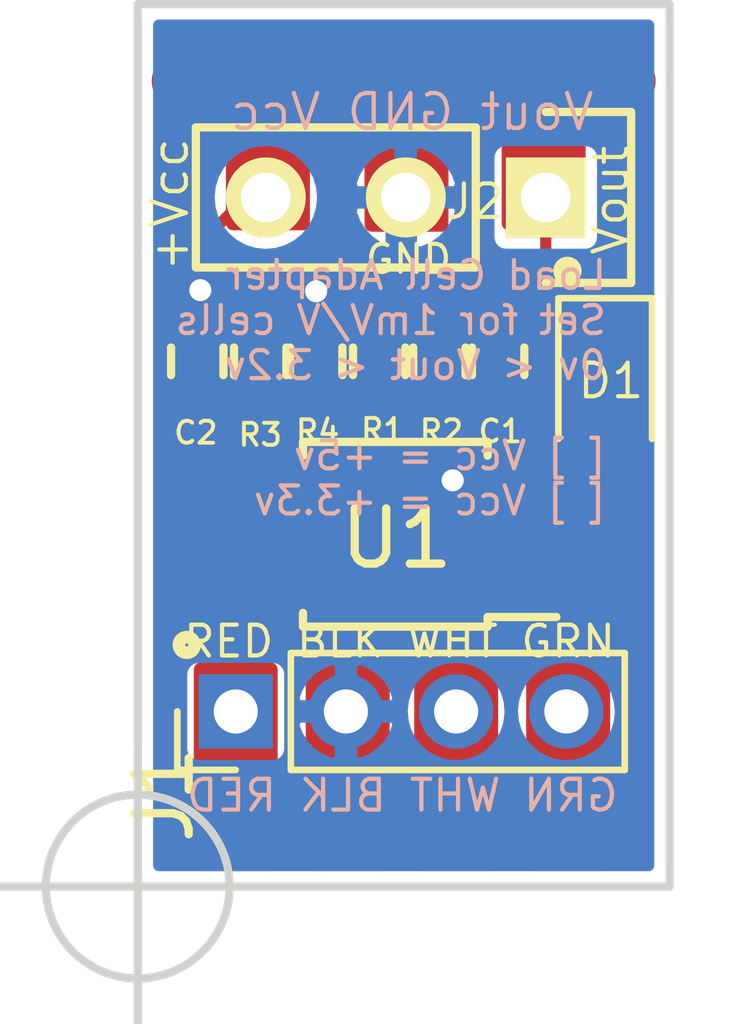
<source format=kicad_pcb>
(kicad_pcb (version 4) (host pcbnew 4.0.2-stable)

  (general
    (links 21)
    (no_connects 0)
    (area 99.1 83.782461 113.684717 104.1)
    (thickness 1.6)
    (drawings 14)
    (tracks 115)
    (zones 0)
    (modules 13)
    (nets 9)
  )

  (page A4)
  (title_block
    (title "Load Cell Amplifier")
    (date 2/20/2018)
    (rev revA)
    (company "Ten Mile Square")
  )

  (layers
    (0 F.Cu signal)
    (31 B.Cu signal)
    (32 B.Adhes user)
    (33 F.Adhes user)
    (34 B.Paste user)
    (35 F.Paste user)
    (36 B.SilkS user)
    (37 F.SilkS user)
    (38 B.Mask user)
    (39 F.Mask user)
    (40 Dwgs.User user)
    (41 Cmts.User user)
    (42 Eco1.User user)
    (43 Eco2.User user)
    (44 Edge.Cuts user)
    (45 Margin user)
    (46 B.CrtYd user)
    (47 F.CrtYd user)
    (48 B.Fab user)
    (49 F.Fab user hide)
  )

  (setup
    (last_trace_width 0.2032)
    (trace_clearance 0.19812)
    (zone_clearance 0.2032)
    (zone_45_only no)
    (trace_min 0.2032)
    (segment_width 0.15)
    (edge_width 0.15)
    (via_size 0.6)
    (via_drill 0.4)
    (via_min_size 0.3302)
    (via_min_drill 0.3302)
    (user_via 0.635 0.3302)
    (uvia_size 0.3)
    (uvia_drill 0.1)
    (uvias_allowed no)
    (uvia_min_size 0.2)
    (uvia_min_drill 0.1)
    (pcb_text_width 0.3)
    (pcb_text_size 1.5 1.5)
    (mod_edge_width 0.15)
    (mod_text_size 1 1)
    (mod_text_width 0.15)
    (pad_size 1.016 1.016)
    (pad_drill 0)
    (pad_to_mask_clearance 0.0762)
    (solder_mask_min_width 0.0254)
    (pad_to_paste_clearance -0.0254)
    (aux_axis_origin 101.6 101.6)
    (visible_elements FFFFFF7F)
    (pcbplotparams
      (layerselection 0x010fc_80000001)
      (usegerberextensions false)
      (excludeedgelayer true)
      (linewidth 0.025400)
      (plotframeref false)
      (viasonmask false)
      (mode 1)
      (useauxorigin false)
      (hpglpennumber 1)
      (hpglpenspeed 20)
      (hpglpendiameter 15)
      (hpglpenoverlay 2)
      (psnegative false)
      (psa4output false)
      (plotreference false)
      (plotvalue true)
      (plotinvisibletext false)
      (padsonsilk false)
      (subtractmaskfromsilk false)
      (outputformat 1)
      (mirror false)
      (drillshape 0)
      (scaleselection 1)
      (outputdirectory ProjectOutputs/))
  )

  (net 0 "")
  (net 1 "/Main Sheet/Vout")
  (net 2 "/Main Sheet/RED")
  (net 3 "/Main Sheet/GRN")
  (net 4 "/Main Sheet/WHT")
  (net 5 "Net-(R1-Pad1)")
  (net 6 "Net-(R1-Pad2)")
  (net 7 "Net-(R3-Pad1)")
  (net 8 GNDA)

  (net_class Default "This is the default net class."
    (clearance 0.19812)
    (trace_width 0.2032)
    (via_dia 0.6)
    (via_drill 0.4)
    (uvia_dia 0.3)
    (uvia_drill 0.1)
    (add_net "/Main Sheet/GRN")
    (add_net "/Main Sheet/RED")
    (add_net "/Main Sheet/Vout")
    (add_net "/Main Sheet/WHT")
    (add_net GNDA)
    (add_net "Net-(R1-Pad1)")
    (add_net "Net-(R1-Pad2)")
    (add_net "Net-(R3-Pad1)")
  )

  (module _Connector:Fiducial_0.040_Top (layer F.Cu) (tedit 5AEC6821) (tstamp 5A8C1046)
    (at 102.362 86.995)
    (descr "Mesurement Point, Round, SMD Pad, DM 1.5mm,")
    (tags "Mesurement Point Round SMD Pad 1.5mm")
    (path /5A80852A/5A8C10DE)
    (attr virtual)
    (fp_text reference FID1 (at 0.1778 -1.524) (layer F.SilkS) hide
      (effects (font (size 0.635 0.635) (thickness 0.1016)))
    )
    (fp_text value Fiducial_Top (at 0 2) (layer F.Fab) hide
      (effects (font (size 0.635 0.635) (thickness 0.127)))
    )
    (fp_circle (center 0 0) (end 1.016 0) (layer F.CrtYd) (width 0.05))
    (pad 1 smd circle (at 0 0) (size 1.016 1.016) (layers F.Cu F.Mask)
      (solder_mask_margin 0.508) (zone_connect 0) (thermal_width 2.032))
  )

  (module _Passive:C_0402 (layer F.Cu) (tedit 59FF5160) (tstamp 5AEC53D6)
    (at 108.1405 92.075 270)
    (descr "Capacitor SMD 0402, reflow soldering, AVX (see smccp.pdf)")
    (tags "capacitor 0402")
    (path /5A80852A/5ADD848C)
    (attr smd)
    (fp_text reference C1 (at 1.27 -0.0381 360) (layer F.SilkS)
      (effects (font (size 0.4 0.4) (thickness 0.07)))
    )
    (fp_text value 1uF (at 0 1.1 270) (layer F.Fab) hide
      (effects (font (size 0.508 0.508) (thickness 0.0762)))
    )
    (fp_line (start -1.15 -0.6) (end 1.15 -0.6) (layer F.CrtYd) (width 0.05))
    (fp_line (start -1.15 0.6) (end 1.15 0.6) (layer F.CrtYd) (width 0.05))
    (fp_line (start -1.15 -0.6) (end -1.15 0.6) (layer F.CrtYd) (width 0.05))
    (fp_line (start 1.15 -0.6) (end 1.15 0.6) (layer F.CrtYd) (width 0.05))
    (fp_line (start 0.25 -0.475) (end -0.25 -0.475) (layer F.SilkS) (width 0.15))
    (fp_line (start -0.25 0.475) (end 0.25 0.475) (layer F.SilkS) (width 0.15))
    (pad 1 smd rect (at -0.55 0 270) (size 0.6 0.5) (layers F.Cu F.Paste F.Mask)
      (net 1 "/Main Sheet/Vout"))
    (pad 2 smd rect (at 0.55 0 270) (size 0.6 0.5) (layers F.Cu F.Paste F.Mask)
      (net 8 GNDA))
    (model Capacitors_SMD.3dshapes/C_0402.wrl
      (at (xyz 0 0 0))
      (scale (xyz 1 1 1))
      (rotate (xyz 0 0 0))
    )
  )

  (module _Passive:C_0402 (layer F.Cu) (tedit 59FF5160) (tstamp 5AEC53DB)
    (at 102.6795 92.075 90)
    (descr "Capacitor SMD 0402, reflow soldering, AVX (see smccp.pdf)")
    (tags "capacitor 0402")
    (path /5A80852A/5ADD8486)
    (attr smd)
    (fp_text reference C2 (at -1.2954 -0.0254 180) (layer F.SilkS)
      (effects (font (size 0.4 0.4) (thickness 0.07)))
    )
    (fp_text value 1uF (at 0 1.1 90) (layer F.Fab) hide
      (effects (font (size 0.508 0.508) (thickness 0.0762)))
    )
    (fp_line (start -1.15 -0.6) (end 1.15 -0.6) (layer F.CrtYd) (width 0.05))
    (fp_line (start -1.15 0.6) (end 1.15 0.6) (layer F.CrtYd) (width 0.05))
    (fp_line (start -1.15 -0.6) (end -1.15 0.6) (layer F.CrtYd) (width 0.05))
    (fp_line (start 1.15 -0.6) (end 1.15 0.6) (layer F.CrtYd) (width 0.05))
    (fp_line (start 0.25 -0.475) (end -0.25 -0.475) (layer F.SilkS) (width 0.15))
    (fp_line (start -0.25 0.475) (end 0.25 0.475) (layer F.SilkS) (width 0.15))
    (pad 1 smd rect (at -0.55 0 90) (size 0.6 0.5) (layers F.Cu F.Paste F.Mask)
      (net 2 "/Main Sheet/RED"))
    (pad 2 smd rect (at 0.55 0 90) (size 0.6 0.5) (layers F.Cu F.Paste F.Mask)
      (net 8 GNDA))
    (model Capacitors_SMD.3dshapes/C_0402.wrl
      (at (xyz 0 0 0))
      (scale (xyz 1 1 1))
      (rotate (xyz 0 0 0))
    )
  )

  (module _Connector:0.100_1x3_small (layer F.Cu) (tedit 5AEC6968) (tstamp 5AEC53ED)
    (at 106.4641 89.1032 270)
    (descr "Through hole pin header")
    (tags "pin header")
    (path /5A80852A/5AEC5795)
    (fp_text reference J2 (at 0.0762 -1.2573 360) (layer F.SilkS)
      (effects (font (size 0.6096 0.6096) (thickness 0.0762)))
    )
    (fp_text value 22-27-2031 (at 0 5.56 270) (layer F.Fab) hide
      (effects (font (size 1 1) (thickness 0.15)))
    )
    (fp_line (start -1.75 -4.29) (end -1.75 4.31) (layer F.CrtYd) (width 0.05))
    (fp_line (start 1.75 -4.29) (end 1.75 4.31) (layer F.CrtYd) (width 0.05))
    (fp_line (start -1.75 -4.29) (end 1.75 -4.29) (layer F.CrtYd) (width 0.05))
    (fp_line (start -1.75 4.31) (end 1.75 4.31) (layer F.CrtYd) (width 0.05))
    (fp_line (start -1.27 -1.27) (end -1.27 3.81) (layer F.SilkS) (width 0.15))
    (fp_line (start -1.27 3.81) (end 1.27 3.81) (layer F.SilkS) (width 0.15))
    (fp_line (start 1.27 3.81) (end 1.27 -1.27) (layer F.SilkS) (width 0.15))
    (fp_line (start 1.55 -4.09) (end 1.55 -2.54) (layer F.SilkS) (width 0.15))
    (fp_line (start 1.27 -1.27) (end -1.27 -1.27) (layer F.SilkS) (width 0.15))
    (fp_line (start -1.55 -2.54) (end -1.55 -4.09) (layer F.SilkS) (width 0.15))
    (fp_line (start -1.55 -4.09) (end 1.55 -4.09) (layer F.SilkS) (width 0.15))
    (pad 1 thru_hole rect (at 0 -2.54 270) (size 1.45 1.45) (drill 0.9) (layers *.Cu *.Mask F.SilkS)
      (net 1 "/Main Sheet/Vout"))
    (pad 2 thru_hole oval (at 0 0 270) (size 1.45 1.45) (drill 0.9) (layers *.Cu *.Mask F.SilkS)
      (net 8 GNDA))
    (pad 3 thru_hole oval (at 0 2.54 270) (size 1.45 1.45) (drill 0.9) (layers *.Cu *.Mask F.SilkS)
      (net 2 "/Main Sheet/RED"))
    (model Pin_Headers.3dshapes/Pin_Header_Straight_1x03.wrl
      (at (xyz 0 -0.1 0))
      (scale (xyz 1 1 1))
      (rotate (xyz 0 0 90))
    )
  )

  (module _Passive:R_0402 (layer F.Cu) (tedit 59FF4A0E) (tstamp 5AEC53EE)
    (at 105.9815 92.075 90)
    (descr "Resistor SMD 0402, reflow soldering")
    (tags "resistor 0402")
    (path /5A80852A/5ADD8498)
    (attr smd)
    (fp_text reference R1 (at -1.2446 0.0635 180) (layer F.SilkS)
      (effects (font (size 0.4 0.4) (thickness 0.07)))
    )
    (fp_text value 390K (at 0 1.1 90) (layer F.Fab) hide
      (effects (font (size 0.508 0.508) (thickness 0.0762)))
    )
    (fp_line (start -1.15 -0.6) (end 1.15 -0.6) (layer F.CrtYd) (width 0.05))
    (fp_line (start -1.15 0.6) (end 1.15 0.6) (layer F.CrtYd) (width 0.05))
    (fp_line (start -1.15 -0.6) (end -1.15 0.6) (layer F.CrtYd) (width 0.05))
    (fp_line (start 1.15 -0.6) (end 1.15 0.6) (layer F.CrtYd) (width 0.05))
    (fp_line (start 0.25 -0.475) (end -0.25 -0.475) (layer F.SilkS) (width 0.15))
    (fp_line (start -0.25 0.475) (end 0.25 0.475) (layer F.SilkS) (width 0.15))
    (pad 1 smd rect (at -0.55 0 90) (size 0.6 0.5) (layers F.Cu F.Paste F.Mask)
      (net 5 "Net-(R1-Pad1)"))
    (pad 2 smd rect (at 0.55 0 90) (size 0.6 0.5) (layers F.Cu F.Paste F.Mask)
      (net 6 "Net-(R1-Pad2)"))
    (model Capacitors_SMD.3dshapes/C_0402.wrl
      (at (xyz 0 0 0))
      (scale (xyz 1 1 1))
      (rotate (xyz 0 0 0))
    )
  )

  (module _Passive:R_0402 (layer F.Cu) (tedit 59FF4A0E) (tstamp 5AEC53F3)
    (at 107.0737 92.075 270)
    (descr "Resistor SMD 0402, reflow soldering")
    (tags "resistor 0402")
    (path /5A80852A/5ADD849E)
    (attr smd)
    (fp_text reference R2 (at 1.27 -0.0381 360) (layer F.SilkS)
      (effects (font (size 0.4 0.4) (thickness 0.07)))
    )
    (fp_text value 1K (at 0 1.1 270) (layer F.Fab) hide
      (effects (font (size 0.508 0.508) (thickness 0.0762)))
    )
    (fp_line (start -1.15 -0.6) (end 1.15 -0.6) (layer F.CrtYd) (width 0.05))
    (fp_line (start -1.15 0.6) (end 1.15 0.6) (layer F.CrtYd) (width 0.05))
    (fp_line (start -1.15 -0.6) (end -1.15 0.6) (layer F.CrtYd) (width 0.05))
    (fp_line (start 1.15 -0.6) (end 1.15 0.6) (layer F.CrtYd) (width 0.05))
    (fp_line (start 0.25 -0.475) (end -0.25 -0.475) (layer F.SilkS) (width 0.15))
    (fp_line (start -0.25 0.475) (end 0.25 0.475) (layer F.SilkS) (width 0.15))
    (pad 1 smd rect (at -0.55 0 270) (size 0.6 0.5) (layers F.Cu F.Paste F.Mask)
      (net 1 "/Main Sheet/Vout"))
    (pad 2 smd rect (at 0.55 0 270) (size 0.6 0.5) (layers F.Cu F.Paste F.Mask)
      (net 5 "Net-(R1-Pad1)"))
    (model Capacitors_SMD.3dshapes/C_0402.wrl
      (at (xyz 0 0 0))
      (scale (xyz 1 1 1))
      (rotate (xyz 0 0 0))
    )
  )

  (module _Passive:R_0402 (layer F.Cu) (tedit 59FF4A0E) (tstamp 5AEC53F8)
    (at 103.8225 92.075 90)
    (descr "Resistor SMD 0402, reflow soldering")
    (tags "resistor 0402")
    (path /5A80852A/5ADD84E0)
    (attr smd)
    (fp_text reference R3 (at -1.3335 0 180) (layer F.SilkS)
      (effects (font (size 0.4 0.4) (thickness 0.07)))
    )
    (fp_text value 1K (at 0 1.1 90) (layer F.Fab) hide
      (effects (font (size 0.508 0.508) (thickness 0.0762)))
    )
    (fp_line (start -1.15 -0.6) (end 1.15 -0.6) (layer F.CrtYd) (width 0.05))
    (fp_line (start -1.15 0.6) (end 1.15 0.6) (layer F.CrtYd) (width 0.05))
    (fp_line (start -1.15 -0.6) (end -1.15 0.6) (layer F.CrtYd) (width 0.05))
    (fp_line (start 1.15 -0.6) (end 1.15 0.6) (layer F.CrtYd) (width 0.05))
    (fp_line (start 0.25 -0.475) (end -0.25 -0.475) (layer F.SilkS) (width 0.15))
    (fp_line (start -0.25 0.475) (end 0.25 0.475) (layer F.SilkS) (width 0.15))
    (pad 1 smd rect (at -0.55 0 90) (size 0.6 0.5) (layers F.Cu F.Paste F.Mask)
      (net 7 "Net-(R3-Pad1)"))
    (pad 2 smd rect (at 0.55 0 90) (size 0.6 0.5) (layers F.Cu F.Paste F.Mask)
      (net 1 "/Main Sheet/Vout"))
    (model Capacitors_SMD.3dshapes/C_0402.wrl
      (at (xyz 0 0 0))
      (scale (xyz 1 1 1))
      (rotate (xyz 0 0 0))
    )
  )

  (module _Passive:R_0402 (layer F.Cu) (tedit 59FF4A0E) (tstamp 5AEC53FD)
    (at 104.8385 92.075 270)
    (descr "Resistor SMD 0402, reflow soldering")
    (tags "resistor 0402")
    (path /5A80852A/5ADD84E6)
    (attr smd)
    (fp_text reference R4 (at 1.27 -0.0254 360) (layer F.SilkS)
      (effects (font (size 0.4 0.4) (thickness 0.07)))
    )
    (fp_text value 390K (at 0 1.1 270) (layer F.Fab) hide
      (effects (font (size 0.508 0.508) (thickness 0.0762)))
    )
    (fp_line (start -1.15 -0.6) (end 1.15 -0.6) (layer F.CrtYd) (width 0.05))
    (fp_line (start -1.15 0.6) (end 1.15 0.6) (layer F.CrtYd) (width 0.05))
    (fp_line (start -1.15 -0.6) (end -1.15 0.6) (layer F.CrtYd) (width 0.05))
    (fp_line (start 1.15 -0.6) (end 1.15 0.6) (layer F.CrtYd) (width 0.05))
    (fp_line (start 0.25 -0.475) (end -0.25 -0.475) (layer F.SilkS) (width 0.15))
    (fp_line (start -0.25 0.475) (end 0.25 0.475) (layer F.SilkS) (width 0.15))
    (pad 1 smd rect (at -0.55 0 270) (size 0.6 0.5) (layers F.Cu F.Paste F.Mask)
      (net 8 GNDA))
    (pad 2 smd rect (at 0.55 0 270) (size 0.6 0.5) (layers F.Cu F.Paste F.Mask)
      (net 7 "Net-(R3-Pad1)"))
    (model Capacitors_SMD.3dshapes/C_0402.wrl
      (at (xyz 0 0 0))
      (scale (xyz 1 1 1))
      (rotate (xyz 0 0 0))
    )
  )

  (module Housings_SSOP:MSOP-8_3x3mm_Pitch0.65mm (layer F.Cu) (tedit 54130A77) (tstamp 5AEC5402)
    (at 106.2736 95.2119 180)
    (descr "8-Lead Plastic Micro Small Outline Package (MS) [MSOP] (see Microchip Packaging Specification 00000049BS.pdf)")
    (tags "SSOP 0.65")
    (path /5A80852A/5ADD84C5)
    (attr smd)
    (fp_text reference U1 (at -0.0254 -0.0762 180) (layer F.SilkS)
      (effects (font (size 1 1) (thickness 0.15)))
    )
    (fp_text value LMV358 (at 0 2.6 180) (layer F.Fab)
      (effects (font (size 1 1) (thickness 0.15)))
    )
    (fp_line (start -0.5 -1.5) (end 1.5 -1.5) (layer F.Fab) (width 0.15))
    (fp_line (start 1.5 -1.5) (end 1.5 1.5) (layer F.Fab) (width 0.15))
    (fp_line (start 1.5 1.5) (end -1.5 1.5) (layer F.Fab) (width 0.15))
    (fp_line (start -1.5 1.5) (end -1.5 -0.5) (layer F.Fab) (width 0.15))
    (fp_line (start -1.5 -0.5) (end -0.5 -1.5) (layer F.Fab) (width 0.15))
    (fp_line (start -3.2 -1.85) (end -3.2 1.85) (layer F.CrtYd) (width 0.05))
    (fp_line (start 3.2 -1.85) (end 3.2 1.85) (layer F.CrtYd) (width 0.05))
    (fp_line (start -3.2 -1.85) (end 3.2 -1.85) (layer F.CrtYd) (width 0.05))
    (fp_line (start -3.2 1.85) (end 3.2 1.85) (layer F.CrtYd) (width 0.05))
    (fp_line (start -1.675 -1.675) (end -1.675 -1.5) (layer F.SilkS) (width 0.15))
    (fp_line (start 1.675 -1.675) (end 1.675 -1.425) (layer F.SilkS) (width 0.15))
    (fp_line (start 1.675 1.675) (end 1.675 1.425) (layer F.SilkS) (width 0.15))
    (fp_line (start -1.675 1.675) (end -1.675 1.425) (layer F.SilkS) (width 0.15))
    (fp_line (start -1.675 -1.675) (end 1.675 -1.675) (layer F.SilkS) (width 0.15))
    (fp_line (start -1.675 1.675) (end 1.675 1.675) (layer F.SilkS) (width 0.15))
    (fp_line (start -1.675 -1.5) (end -2.925 -1.5) (layer F.SilkS) (width 0.15))
    (fp_text user %R (at 0 0 180) (layer F.Fab)
      (effects (font (size 0.6 0.6) (thickness 0.15)))
    )
    (pad 1 smd rect (at -2.2 -0.975 180) (size 1.45 0.45) (layers F.Cu F.Paste F.Mask)
      (net 6 "Net-(R1-Pad2)"))
    (pad 2 smd rect (at -2.2 -0.325 180) (size 1.45 0.45) (layers F.Cu F.Paste F.Mask)
      (net 5 "Net-(R1-Pad1)"))
    (pad 3 smd rect (at -2.2 0.325 180) (size 1.45 0.45) (layers F.Cu F.Paste F.Mask)
      (net 3 "/Main Sheet/GRN"))
    (pad 4 smd rect (at -2.2 0.975 180) (size 1.45 0.45) (layers F.Cu F.Paste F.Mask)
      (net 8 GNDA))
    (pad 5 smd rect (at 2.2 0.975 180) (size 1.45 0.45) (layers F.Cu F.Paste F.Mask)
      (net 4 "/Main Sheet/WHT"))
    (pad 6 smd rect (at 2.2 0.325 180) (size 1.45 0.45) (layers F.Cu F.Paste F.Mask)
      (net 7 "Net-(R3-Pad1)"))
    (pad 7 smd rect (at 2.2 -0.325 180) (size 1.45 0.45) (layers F.Cu F.Paste F.Mask)
      (net 1 "/Main Sheet/Vout"))
    (pad 8 smd rect (at 2.2 -0.975 180) (size 1.45 0.45) (layers F.Cu F.Paste F.Mask)
      (net 2 "/Main Sheet/RED"))
    (model ${KISYS3DMOD}/Housings_SSOP.3dshapes/MSOP-8_3x3mm_Pitch0.65mm.wrl
      (at (xyz 0 0 0))
      (scale (xyz 1 1 1))
      (rotate (xyz 0 0 0))
    )
  )

  (module _Connector:Fiducial_0.040_Top (layer F.Cu) (tedit 57AA2203) (tstamp 5AEC55A7)
    (at 105.791 96.52)
    (descr "Mesurement Point, Round, SMD Pad, DM 1.5mm,")
    (tags "Mesurement Point Round SMD Pad 1.5mm")
    (path /5A80852A/5A8C1162)
    (attr virtual)
    (fp_text reference FID2 (at 0.1778 -1.524) (layer F.SilkS) hide
      (effects (font (size 0.635 0.635) (thickness 0.1016)))
    )
    (fp_text value Fiducial_Top (at 0 2) (layer F.Fab) hide
      (effects (font (size 0.635 0.635) (thickness 0.127)))
    )
    (fp_circle (center 0 0) (end 1.016 0) (layer F.CrtYd) (width 0.05))
    (pad 1 smd circle (at 0 0) (size 1.016 1.016) (layers F.Cu F.Mask)
      (solder_mask_margin 0.508) (zone_connect 0) (thermal_width 2.032))
  )

  (module _Connector:Fiducial_0.040_Top (layer F.Cu) (tedit 5AEC67D3) (tstamp 5AEC55AC)
    (at 110.49 86.995)
    (descr "Mesurement Point, Round, SMD Pad, DM 1.5mm,")
    (tags "Mesurement Point Round SMD Pad 1.5mm")
    (path /5A80852A/5A8C11D3)
    (attr virtual)
    (fp_text reference FID3 (at 0.1778 -1.524) (layer F.SilkS) hide
      (effects (font (size 0.635 0.635) (thickness 0.1016)))
    )
    (fp_text value Fiducial_Top (at 0 2) (layer F.Fab) hide
      (effects (font (size 0.635 0.635) (thickness 0.127)))
    )
    (fp_circle (center 0 0) (end 1.016 0) (layer F.CrtYd) (width 0.05))
    (pad 1 smd circle (at 0 0) (size 1.016 1.016) (layers F.Cu F.Mask)
      (solder_mask_margin 0.508) (zone_connect 0) (thermal_width 2.032))
  )

  (module Socket_Strips:Socket_Strip_Straight_1x04_Pitch2.00mm (layer F.Cu) (tedit 5AEC5A4C) (tstamp 5AEC5767)
    (at 103.378 98.425 90)
    (descr "Through hole straight socket strip, 1x04, 2.00mm pitch, single row")
    (tags "Through hole socket strip THT 1x04 2.00mm single row")
    (path /5A80852A/5ADD84B2)
    (fp_text reference J1 (at -1.5113 -1.3081 90) (layer F.SilkS)
      (effects (font (size 1 1) (thickness 0.15)))
    )
    (fp_text value 0.100_1X4 (at 0 8.06 90) (layer F.Fab)
      (effects (font (size 1 1) (thickness 0.15)))
    )
    (fp_line (start -1 -1) (end -1 7) (layer F.Fab) (width 0.1))
    (fp_line (start -1 7) (end 1 7) (layer F.Fab) (width 0.1))
    (fp_line (start 1 7) (end 1 -1) (layer F.Fab) (width 0.1))
    (fp_line (start 1 -1) (end -1 -1) (layer F.Fab) (width 0.1))
    (fp_line (start -1.06 1) (end -1.06 7.06) (layer F.SilkS) (width 0.12))
    (fp_line (start -1.06 7.06) (end 1.06 7.06) (layer F.SilkS) (width 0.12))
    (fp_line (start 1.06 7.06) (end 1.06 1) (layer F.SilkS) (width 0.12))
    (fp_line (start 1.06 1) (end -1.06 1) (layer F.SilkS) (width 0.12))
    (fp_line (start -1.06 0) (end -1.06 -1.06) (layer F.SilkS) (width 0.12))
    (fp_line (start -1.06 -1.06) (end 0 -1.06) (layer F.SilkS) (width 0.12))
    (fp_line (start -1.5 -1.5) (end -1.5 7.5) (layer F.CrtYd) (width 0.05))
    (fp_line (start -1.5 7.5) (end 1.5 7.5) (layer F.CrtYd) (width 0.05))
    (fp_line (start 1.5 7.5) (end 1.5 -1.5) (layer F.CrtYd) (width 0.05))
    (fp_line (start 1.5 -1.5) (end -1.5 -1.5) (layer F.CrtYd) (width 0.05))
    (fp_text user %R (at 0 -2.06 90) (layer F.Fab)
      (effects (font (size 1 1) (thickness 0.15)))
    )
    (pad 1 thru_hole rect (at 0 0 90) (size 1.35 1.35) (drill 0.8) (layers *.Cu *.Mask)
      (net 2 "/Main Sheet/RED"))
    (pad 2 thru_hole oval (at 0 2 90) (size 1.35 1.35) (drill 0.8) (layers *.Cu *.Mask)
      (net 8 GNDA))
    (pad 3 thru_hole oval (at 0 4 90) (size 1.35 1.35) (drill 0.8) (layers *.Cu *.Mask)
      (net 4 "/Main Sheet/WHT"))
    (pad 4 thru_hole oval (at 0 6 90) (size 1.35 1.35) (drill 0.8) (layers *.Cu *.Mask)
      (net 3 "/Main Sheet/GRN"))
    (model ${KISYS3DMOD}/Socket_Strips.3dshapes/Socket_Strip_Straight_1x04_Pitch2.00mm.wrl
      (at (xyz 0 0 0))
      (scale (xyz 1 1 1))
      (rotate (xyz 0 0 0))
    )
  )

  (module Diodes_SMD:D_SOD-323 (layer F.Cu) (tedit 5AEC69AE) (tstamp 5AEC60E9)
    (at 110.0836 92.4306 270)
    (descr SOD-323)
    (tags SOD-323)
    (path /5A80852A/5AEC7150)
    (attr smd)
    (fp_text reference D1 (at 0 -0.1016 360) (layer F.SilkS)
      (effects (font (size 0.6096 0.6096) (thickness 0.0762)))
    )
    (fp_text value MM3Z3V0ST1G (at 0.1 1.9 270) (layer F.Fab)
      (effects (font (size 1 1) (thickness 0.15)))
    )
    (fp_text user %R (at 0 -1.85 270) (layer F.Fab)
      (effects (font (size 1 1) (thickness 0.15)))
    )
    (fp_line (start -1.5 -0.85) (end -1.5 0.85) (layer F.SilkS) (width 0.12))
    (fp_line (start 0.2 0) (end 0.45 0) (layer F.Fab) (width 0.1))
    (fp_line (start 0.2 0.35) (end -0.3 0) (layer F.Fab) (width 0.1))
    (fp_line (start 0.2 -0.35) (end 0.2 0.35) (layer F.Fab) (width 0.1))
    (fp_line (start -0.3 0) (end 0.2 -0.35) (layer F.Fab) (width 0.1))
    (fp_line (start -0.3 0) (end -0.5 0) (layer F.Fab) (width 0.1))
    (fp_line (start -0.3 -0.35) (end -0.3 0.35) (layer F.Fab) (width 0.1))
    (fp_line (start -0.9 0.7) (end -0.9 -0.7) (layer F.Fab) (width 0.1))
    (fp_line (start 0.9 0.7) (end -0.9 0.7) (layer F.Fab) (width 0.1))
    (fp_line (start 0.9 -0.7) (end 0.9 0.7) (layer F.Fab) (width 0.1))
    (fp_line (start -0.9 -0.7) (end 0.9 -0.7) (layer F.Fab) (width 0.1))
    (fp_line (start -1.6 -0.95) (end 1.6 -0.95) (layer F.CrtYd) (width 0.05))
    (fp_line (start 1.6 -0.95) (end 1.6 0.95) (layer F.CrtYd) (width 0.05))
    (fp_line (start -1.6 0.95) (end 1.6 0.95) (layer F.CrtYd) (width 0.05))
    (fp_line (start -1.6 -0.95) (end -1.6 0.95) (layer F.CrtYd) (width 0.05))
    (fp_line (start -1.5 0.85) (end 1.05 0.85) (layer F.SilkS) (width 0.12))
    (fp_line (start -1.5 -0.85) (end 1.05 -0.85) (layer F.SilkS) (width 0.12))
    (pad 1 smd rect (at -1.05 0 270) (size 0.6 0.45) (layers F.Cu F.Paste F.Mask)
      (net 1 "/Main Sheet/Vout"))
    (pad 2 smd rect (at 1.05 0 270) (size 0.6 0.45) (layers F.Cu F.Paste F.Mask)
      (net 8 GNDA))
    (model ${KISYS3DMOD}/Diodes_SMD.3dshapes/D_SOD-323.wrl
      (at (xyz 0 0 0))
      (scale (xyz 1 1 1))
      (rotate (xyz 0 0 0))
    )
  )

  (gr_text "Load Cell Adapter\nSet for 1mV/V cells\n0v < Vout < 3.2v\n\n[ ] Vcc = +5v\n[ ] Vcc = +3.3v" (at 110.1471 92.5576) (layer B.SilkS) (tstamp 5AEC85BD)
    (effects (font (size 0.508 0.508) (thickness 0.0762)) (justify left mirror))
  )
  (gr_text "Vout GND Vcc" (at 106.5784 87.5538) (layer B.SilkS) (tstamp 5AEC8586)
    (effects (font (size 0.635 0.635) (thickness 0.0762)) (justify mirror))
  )
  (gr_text "GRN WHT BLK RED" (at 106.4006 99.949) (layer B.SilkS)
    (effects (font (size 0.5588 0.5588) (thickness 0.0762)) (justify mirror))
  )
  (gr_text Vout (at 110.1852 89.154 90) (layer F.SilkS) (tstamp 5AEC6866)
    (effects (font (size 0.6096 0.6096) (thickness 0.0762)))
  )
  (gr_text GND (at 106.5149 90.2208) (layer F.SilkS) (tstamp 5AEC6857)
    (effects (font (size 0.508 0.508) (thickness 0.0762)))
  )
  (gr_text +Vcc (at 102.1842 89.2302 90) (layer F.SilkS)
    (effects (font (size 0.635 0.635) (thickness 0.0762)))
  )
  (gr_line (start 111.252 101.6) (end 101.6 101.6) (layer Edge.Cuts) (width 0.15))
  (gr_line (start 111.252 85.598) (end 111.252 101.6) (layer Edge.Cuts) (width 0.15))
  (gr_line (start 101.6 85.598) (end 111.252 85.598) (layer Edge.Cuts) (width 0.15))
  (gr_line (start 101.6 101.346) (end 101.6 85.598) (layer Edge.Cuts) (width 0.15))
  (gr_circle (center 109.3978 90.43441) (end 109.5248 90.49791) (layer F.SilkS) (width 0.2286) (tstamp 5ADF0CE2))
  (gr_circle (center 102.489 97.2185) (end 102.616 97.282) (layer F.SilkS) (width 0.2286))
  (gr_text "RED BLK WHT GRN" (at 106.3498 97.155) (layer F.SilkS)
    (effects (font (size 0.5588 0.5588) (thickness 0.0762)))
  )
  (target plus (at 101.6 101.6) (size 5) (width 0.15) (layer Edge.Cuts))

  (segment (start 103.8225 91.525) (end 103.8225 90.932167) (width 0.2032) (layer F.Cu) (net 1))
  (segment (start 103.8225 90.932167) (end 104.549536 90.205131) (width 0.2032) (layer F.Cu) (net 1))
  (segment (start 105.800731 90.205131) (end 106.2228 90.6272) (width 0.2032) (layer F.Cu) (net 1))
  (segment (start 104.549536 90.205131) (end 105.800731 90.205131) (width 0.2032) (layer F.Cu) (net 1))
  (segment (start 106.2228 90.6272) (end 106.8206 90.6272) (width 0.2032) (layer F.Cu) (net 1))
  (segment (start 108.1405 91.525) (end 108.1405 90.6399) (width 0.2032) (layer F.Cu) (net 1))
  (segment (start 108.1405 90.6399) (end 108.1532 90.6272) (width 0.2032) (layer F.Cu) (net 1))
  (segment (start 106.9467 91.525) (end 107.0991 91.3726) (width 0.2032) (layer F.Cu) (net 1))
  (segment (start 107.0991 91.3726) (end 107.0991 90.6272) (width 0.2032) (layer F.Cu) (net 1))
  (segment (start 107.0991 90.6272) (end 106.934 90.6272) (width 0.2032) (layer F.Cu) (net 1))
  (segment (start 106.8206 90.6272) (end 106.934 90.6272) (width 0.2032) (layer F.Cu) (net 1))
  (segment (start 106.934 90.6272) (end 108.1532 90.6272) (width 0.2032) (layer F.Cu) (net 1))
  (segment (start 103.8225 91.525) (end 103.8225 91.575) (width 0.2032) (layer F.Cu) (net 1))
  (segment (start 103.229221 92.168279) (end 103.229221 93.164777) (width 0.2032) (layer F.Cu) (net 1))
  (segment (start 103.8225 91.575) (end 103.229221 92.168279) (width 0.2032) (layer F.Cu) (net 1))
  (segment (start 103.229221 93.164777) (end 103.169277 93.224721) (width 0.2032) (layer F.Cu) (net 1))
  (segment (start 103.1454 95.5369) (end 104.0736 95.5369) (width 0.2032) (layer F.Cu) (net 1))
  (segment (start 103.169277 93.224721) (end 103.028714 93.224721) (width 0.2032) (layer F.Cu) (net 1))
  (segment (start 103.028714 93.224721) (end 102.647548 93.605887) (width 0.2032) (layer F.Cu) (net 1))
  (segment (start 102.647548 93.605887) (end 102.647548 93.694452) (width 0.2032) (layer F.Cu) (net 1))
  (segment (start 102.647548 93.694452) (end 102.642468 93.699532) (width 0.2032) (layer F.Cu) (net 1))
  (segment (start 102.642468 93.699532) (end 102.642468 95.033968) (width 0.2032) (layer F.Cu) (net 1))
  (segment (start 102.642468 95.033968) (end 103.1454 95.5369) (width 0.2032) (layer F.Cu) (net 1))
  (segment (start 108.1532 90.6272) (end 109.0041 90.6272) (width 0.2032) (layer F.Cu) (net 1))
  (segment (start 109.0041 90.6272) (end 109.8334 90.6272) (width 0.2032) (layer F.Cu) (net 1))
  (segment (start 109.0041 89.1032) (end 109.0041 90.6272) (width 0.2032) (layer F.Cu) (net 1))
  (segment (start 109.8334 90.6272) (end 110.0836 90.8774) (width 0.2032) (layer F.Cu) (net 1))
  (segment (start 110.0836 90.8774) (end 110.0836 91.3806) (width 0.2032) (layer F.Cu) (net 1))
  (segment (start 106.807 90.6272) (end 106.8206 90.6272) (width 0.2032) (layer F.Cu) (net 1))
  (segment (start 103.9622 91.575) (end 103.9622 91.525) (width 0.2032) (layer F.Cu) (net 1))
  (segment (start 103.9622 91.6131) (end 103.9622 91.5631) (width 0.2032) (layer F.Cu) (net 1))
  (segment (start 102.1588 92.6338) (end 102.129779 92.604779) (width 0.2032) (layer F.Cu) (net 2))
  (segment (start 102.129779 92.604779) (end 102.129779 90.985223) (width 0.2032) (layer F.Cu) (net 2))
  (segment (start 102.129779 90.985223) (end 102.130579 90.984423) (width 0.2032) (layer F.Cu) (net 2))
  (segment (start 102.130579 90.984423) (end 102.130579 90.541121) (width 0.2032) (layer F.Cu) (net 2))
  (segment (start 102.130579 90.541121) (end 103.5685 89.1032) (width 0.2032) (layer F.Cu) (net 2))
  (segment (start 103.5685 89.1032) (end 103.9241 89.1032) (width 0.2032) (layer F.Cu) (net 2))
  (segment (start 102.1588 92.6338) (end 102.1461 92.6465) (width 0.2032) (layer F.Cu) (net 2))
  (segment (start 102.1461 92.6465) (end 102.1461 95.4151) (width 0.2032) (layer F.Cu) (net 2))
  (segment (start 102.1461 95.4151) (end 102.9179 96.1869) (width 0.2032) (layer F.Cu) (net 2))
  (segment (start 102.7684 92.625) (end 102.1676 92.625) (width 0.2032) (layer F.Cu) (net 2))
  (segment (start 102.1676 92.625) (end 102.1588 92.6338) (width 0.2032) (layer F.Cu) (net 2))
  (segment (start 103.6574 89.0524) (end 103.505 89.0524) (width 0.2032) (layer F.Cu) (net 2))
  (segment (start 103.378 98.425) (end 103.378 97.5468) (width 0.2032) (layer F.Cu) (net 2))
  (segment (start 103.378 97.5468) (end 102.9179 97.0867) (width 0.2032) (layer F.Cu) (net 2))
  (segment (start 102.9179 97.0867) (end 102.9179 96.1869) (width 0.2032) (layer F.Cu) (net 2))
  (segment (start 102.9179 96.1869) (end 104.0736 96.1869) (width 0.2032) (layer F.Cu) (net 2))
  (segment (start 108.4736 94.8869) (end 109.347 94.8869) (width 0.2032) (layer F.Cu) (net 3))
  (segment (start 109.347 94.8869) (end 109.498321 95.038221) (width 0.2032) (layer F.Cu) (net 3))
  (segment (start 109.498321 95.038221) (end 109.498321 97.350085) (width 0.2032) (layer F.Cu) (net 3))
  (segment (start 109.498321 97.350085) (end 109.378 97.470406) (width 0.2032) (layer F.Cu) (net 3))
  (segment (start 109.378 97.470406) (end 109.378 98.425) (width 0.2032) (layer F.Cu) (net 3))
  (segment (start 109.378 98.425) (end 109.4232 98.425) (width 0.2032) (layer B.Cu) (net 3))
  (segment (start 107.378 96.4306) (end 107.378 97.470406) (width 0.2032) (layer F.Cu) (net 4))
  (segment (start 104.0736 94.2369) (end 105.1843 94.2369) (width 0.2032) (layer F.Cu) (net 4))
  (segment (start 105.1843 94.2369) (end 107.378 96.4306) (width 0.2032) (layer F.Cu) (net 4))
  (segment (start 107.378 97.470406) (end 107.378 98.425) (width 0.2032) (layer F.Cu) (net 4))
  (segment (start 106.553 94.470467) (end 106.553 93.3831) (width 0.2032) (layer F.Cu) (net 5))
  (segment (start 108.4736 95.5369) (end 107.619433 95.5369) (width 0.2032) (layer F.Cu) (net 5))
  (segment (start 107.619433 95.5369) (end 106.553 94.470467) (width 0.2032) (layer F.Cu) (net 5))
  (segment (start 106.553 93.3831) (end 106.8832 93.3831) (width 0.2032) (layer F.Cu) (net 5))
  (segment (start 106.2364 93.3831) (end 106.553 93.3831) (width 0.2032) (layer F.Cu) (net 5))
  (segment (start 106.8832 93.3831) (end 107.0737 93.1926) (width 0.2032) (layer F.Cu) (net 5))
  (segment (start 107.0737 93.1926) (end 107.0737 92.625) (width 0.2032) (layer F.Cu) (net 5))
  (segment (start 105.9815 92.625) (end 105.9815 93.1282) (width 0.2032) (layer F.Cu) (net 5))
  (segment (start 105.9815 93.1282) (end 106.2364 93.3831) (width 0.2032) (layer F.Cu) (net 5))
  (segment (start 105.9815 91.0218) (end 105.9815 91.525) (width 0.2032) (layer F.Cu) (net 6))
  (segment (start 105.8536 90.8939) (end 105.9815 91.0218) (width 0.2032) (layer F.Cu) (net 6))
  (segment (start 105.5751 90.8939) (end 105.8536 90.8939) (width 0.2032) (layer F.Cu) (net 6))
  (segment (start 105.431779 91.037221) (end 105.5751 90.8939) (width 0.2032) (layer F.Cu) (net 6))
  (segment (start 107.701867 96.1869) (end 105.431779 93.916812) (width 0.2032) (layer F.Cu) (net 6))
  (segment (start 108.4736 96.1869) (end 107.701867 96.1869) (width 0.2032) (layer F.Cu) (net 6))
  (segment (start 105.431779 93.916812) (end 105.431779 91.037221) (width 0.2032) (layer F.Cu) (net 6))
  (segment (start 103.8225 92.625) (end 103.8098 92.6377) (width 0.2032) (layer F.Cu) (net 7))
  (segment (start 103.8098 92.6377) (end 103.8098 93.1409) (width 0.2032) (layer F.Cu) (net 7))
  (segment (start 103.8098 93.1409) (end 103.8098 93.3323) (width 0.2032) (layer F.Cu) (net 7))
  (segment (start 104.5337 93.3323) (end 103.8098 93.3323) (width 0.2032) (layer F.Cu) (net 7))
  (segment (start 103.8098 93.3323) (end 103.629265 93.3323) (width 0.2032) (layer F.Cu) (net 7))
  (segment (start 104.8385 92.625) (end 104.8385 93.0275) (width 0.2032) (layer F.Cu) (net 7))
  (segment (start 104.8385 93.0275) (end 104.5337 93.3323) (width 0.2032) (layer F.Cu) (net 7))
  (segment (start 103.629265 93.3323) (end 103.249386 93.712179) (width 0.2032) (layer F.Cu) (net 7))
  (segment (start 103.249386 93.712179) (end 103.108823 93.712179) (width 0.2032) (layer F.Cu) (net 7))
  (segment (start 103.108823 93.712179) (end 103.048879 93.772123) (width 0.2032) (layer F.Cu) (net 7))
  (segment (start 103.048879 93.772123) (end 103.048879 94.701677) (width 0.2032) (layer F.Cu) (net 7))
  (segment (start 103.048879 94.701677) (end 103.234102 94.8869) (width 0.2032) (layer F.Cu) (net 7))
  (segment (start 103.234102 94.8869) (end 104.0736 94.8869) (width 0.2032) (layer F.Cu) (net 7))
  (segment (start 102.735278 91.491878) (end 102.735278 91.208833) (width 0.2032) (layer F.Cu) (net 8))
  (segment (start 104.837404 90.804853) (end 102.755562 90.804853) (width 0.2032) (layer B.Cu) (net 8))
  (segment (start 102.735278 91.208833) (end 102.735278 90.784569) (width 0.2032) (layer F.Cu) (net 8))
  (segment (start 102.755562 90.804853) (end 102.735278 90.784569) (width 0.2032) (layer B.Cu) (net 8))
  (via (at 102.735278 90.784569) (size 0.6) (drill 0.4) (layers F.Cu B.Cu) (net 8))
  (segment (start 102.7684 91.525) (end 102.735278 91.491878) (width 0.2032) (layer F.Cu) (net 8))
  (segment (start 108.1405 93.3958) (end 108.1405 93.9038) (width 0.2032) (layer F.Cu) (net 8))
  (segment (start 108.1405 93.9038) (end 108.4736 94.2369) (width 0.2032) (layer F.Cu) (net 8))
  (segment (start 108.1405 93.3958) (end 108.140498 93.395802) (width 0.2032) (layer F.Cu) (net 8))
  (segment (start 108.1405 92.625) (end 108.1405 93.3958) (width 0.2032) (layer F.Cu) (net 8))
  (segment (start 108.4736 94.2369) (end 109.5346 94.2369) (width 0.2032) (layer F.Cu) (net 8))
  (segment (start 109.5346 94.2369) (end 110.0836 93.6879) (width 0.2032) (layer F.Cu) (net 8))
  (segment (start 110.0836 93.6879) (end 110.0836 93.4806) (width 0.2032) (layer F.Cu) (net 8))
  (segment (start 104.8385 91.525) (end 104.8385 90.805949) (width 0.2032) (layer F.Cu) (net 8))
  (segment (start 105.261668 90.804853) (end 104.837404 90.804853) (width 0.2032) (layer B.Cu) (net 8))
  (segment (start 104.8385 90.805949) (end 104.837404 90.804853) (width 0.2032) (layer F.Cu) (net 8))
  (segment (start 105.994053 90.804853) (end 105.261668 90.804853) (width 0.2032) (layer B.Cu) (net 8))
  (segment (start 106.1974 91.0082) (end 105.994053 90.804853) (width 0.2032) (layer B.Cu) (net 8))
  (via (at 104.837404 90.804853) (size 0.6) (drill 0.4) (layers F.Cu B.Cu) (net 8))
  (segment (start 106.1974 94.234) (end 106.1974 96.0247) (width 0.2032) (layer B.Cu) (net 8))
  (segment (start 106.1974 96.0247) (end 105.378 96.8441) (width 0.2032) (layer B.Cu) (net 8))
  (segment (start 105.378 96.8441) (end 105.378 98.425) (width 0.2032) (layer B.Cu) (net 8))
  (segment (start 106.1974 94.234) (end 107.315 94.234) (width 0.2032) (layer B.Cu) (net 8))
  (segment (start 107.3179 94.2369) (end 107.315 94.234) (width 0.2032) (layer F.Cu) (net 8))
  (segment (start 108.4736 94.2369) (end 107.3179 94.2369) (width 0.2032) (layer F.Cu) (net 8))
  (via (at 107.315 94.234) (size 0.6) (drill 0.4) (layers F.Cu B.Cu) (net 8))
  (segment (start 110.0836 93.4806) (end 110.0836 93.4056) (width 0.2032) (layer F.Cu) (net 8))
  (segment (start 106.1974 91.0082) (end 106.1974 94.234) (width 0.2032) (layer B.Cu) (net 8))
  (segment (start 106.1974 89.0524) (end 106.1974 91.0082) (width 0.2032) (layer B.Cu) (net 8))

  (zone (net 8) (net_name GNDA) (layer B.Cu) (tstamp 0) (hatch edge 0.508)
    (connect_pads (clearance 0.2032))
    (min_thickness 0.2032)
    (fill yes (arc_segments 32) (thermal_gap 0.2032) (thermal_bridge_width 0.4064))
    (polygon
      (pts
        (xy 101.6 85.725) (xy 111.125 85.725) (xy 111.125 101.473) (xy 101.727 101.473)
      )
    )
    (filled_polygon
      (pts
        (xy 110.8722 101.2202) (xy 101.9798 101.2202) (xy 101.9798 97.75) (xy 102.396726 97.75) (xy 102.396726 99.1)
        (xy 102.400597 99.148538) (xy 102.426091 99.230864) (xy 102.473512 99.302828) (xy 102.539104 99.358732) (xy 102.617674 99.394148)
        (xy 102.703 99.406274) (xy 104.053 99.406274) (xy 104.101538 99.402403) (xy 104.183864 99.376909) (xy 104.255828 99.329488)
        (xy 104.311732 99.263896) (xy 104.347148 99.185326) (xy 104.359274 99.1) (xy 104.359274 98.677798) (xy 104.431368 98.677798)
        (xy 104.498876 98.857619) (xy 104.600168 99.020815) (xy 104.731352 99.161114) (xy 104.887386 99.273125) (xy 105.062274 99.352543)
        (xy 105.125203 99.371626) (xy 105.2764 99.32287) (xy 105.2764 98.5266) (xy 105.4796 98.5266) (xy 105.4796 99.32287)
        (xy 105.630797 99.371626) (xy 105.693726 99.352543) (xy 105.868614 99.273125) (xy 106.024648 99.161114) (xy 106.155832 99.020815)
        (xy 106.257124 98.857619) (xy 106.324632 98.677798) (xy 106.276324 98.5266) (xy 105.4796 98.5266) (xy 105.2764 98.5266)
        (xy 104.479676 98.5266) (xy 104.431368 98.677798) (xy 104.359274 98.677798) (xy 104.359274 98.420259) (xy 106.3982 98.420259)
        (xy 106.3982 98.429741) (xy 106.41686 98.620052) (xy 106.47213 98.803114) (xy 106.561904 98.971954) (xy 106.682763 99.120142)
        (xy 106.830103 99.242032) (xy 106.998312 99.332983) (xy 107.180984 99.389529) (xy 107.37116 99.409517) (xy 107.561596 99.392186)
        (xy 107.74504 99.338196) (xy 107.914502 99.249603) (xy 108.06353 99.129781) (xy 108.186446 98.983296) (xy 108.278569 98.815725)
        (xy 108.336389 98.633453) (xy 108.357704 98.443421) (xy 108.3578 98.429741) (xy 108.3578 98.420259) (xy 108.3982 98.420259)
        (xy 108.3982 98.429741) (xy 108.41686 98.620052) (xy 108.47213 98.803114) (xy 108.561904 98.971954) (xy 108.682763 99.120142)
        (xy 108.830103 99.242032) (xy 108.998312 99.332983) (xy 109.180984 99.389529) (xy 109.37116 99.409517) (xy 109.561596 99.392186)
        (xy 109.74504 99.338196) (xy 109.914502 99.249603) (xy 110.06353 99.129781) (xy 110.186446 98.983296) (xy 110.278569 98.815725)
        (xy 110.336389 98.633453) (xy 110.357704 98.443421) (xy 110.3578 98.429741) (xy 110.3578 98.420259) (xy 110.33914 98.229948)
        (xy 110.28387 98.046886) (xy 110.194096 97.878046) (xy 110.073237 97.729858) (xy 109.925897 97.607968) (xy 109.757688 97.517017)
        (xy 109.575016 97.460471) (xy 109.38484 97.440483) (xy 109.194404 97.457814) (xy 109.01096 97.511804) (xy 108.841498 97.600397)
        (xy 108.69247 97.720219) (xy 108.569554 97.866704) (xy 108.477431 98.034275) (xy 108.419611 98.216547) (xy 108.398296 98.406579)
        (xy 108.3982 98.420259) (xy 108.3578 98.420259) (xy 108.33914 98.229948) (xy 108.28387 98.046886) (xy 108.194096 97.878046)
        (xy 108.073237 97.729858) (xy 107.925897 97.607968) (xy 107.757688 97.517017) (xy 107.575016 97.460471) (xy 107.38484 97.440483)
        (xy 107.194404 97.457814) (xy 107.01096 97.511804) (xy 106.841498 97.600397) (xy 106.69247 97.720219) (xy 106.569554 97.866704)
        (xy 106.477431 98.034275) (xy 106.419611 98.216547) (xy 106.398296 98.406579) (xy 106.3982 98.420259) (xy 104.359274 98.420259)
        (xy 104.359274 98.172202) (xy 104.431368 98.172202) (xy 104.479676 98.3234) (xy 105.2764 98.3234) (xy 105.2764 97.52713)
        (xy 105.4796 97.52713) (xy 105.4796 98.3234) (xy 106.276324 98.3234) (xy 106.324632 98.172202) (xy 106.257124 97.992381)
        (xy 106.155832 97.829185) (xy 106.024648 97.688886) (xy 105.868614 97.576875) (xy 105.693726 97.497457) (xy 105.630797 97.478374)
        (xy 105.4796 97.52713) (xy 105.2764 97.52713) (xy 105.125203 97.478374) (xy 105.062274 97.497457) (xy 104.887386 97.576875)
        (xy 104.731352 97.688886) (xy 104.600168 97.829185) (xy 104.498876 97.992381) (xy 104.431368 98.172202) (xy 104.359274 98.172202)
        (xy 104.359274 97.75) (xy 104.355403 97.701462) (xy 104.329909 97.619136) (xy 104.282488 97.547172) (xy 104.216896 97.491268)
        (xy 104.138326 97.455852) (xy 104.053 97.443726) (xy 102.703 97.443726) (xy 102.654462 97.447597) (xy 102.572136 97.473091)
        (xy 102.500172 97.520512) (xy 102.444268 97.586104) (xy 102.408852 97.664674) (xy 102.396726 97.75) (xy 101.9798 97.75)
        (xy 101.9798 89.098217) (xy 102.8943 89.098217) (xy 102.8943 89.108183) (xy 102.913912 89.308206) (xy 102.972002 89.500609)
        (xy 103.066358 89.678066) (xy 103.193384 89.833815) (xy 103.348243 89.961926) (xy 103.525036 90.057518) (xy 103.71703 90.11695)
        (xy 103.916911 90.137958) (xy 104.117065 90.119742) (xy 104.30987 90.062997) (xy 104.487981 89.969883) (xy 104.644613 89.843947)
        (xy 104.773802 89.689986) (xy 104.870626 89.513864) (xy 104.918209 89.36386) (xy 105.467829 89.36386) (xy 105.537824 89.553214)
        (xy 105.643416 89.725275) (xy 105.780546 89.87343) (xy 105.943945 89.991985) (xy 106.127333 90.076384) (xy 106.203441 90.099466)
        (xy 106.3625 90.051372) (xy 106.3625 89.2048) (xy 106.5657 89.2048) (xy 106.5657 90.051372) (xy 106.724759 90.099466)
        (xy 106.800867 90.076384) (xy 106.984255 89.991985) (xy 107.147654 89.87343) (xy 107.284784 89.725275) (xy 107.390376 89.553214)
        (xy 107.460371 89.36386) (xy 107.412681 89.2048) (xy 106.5657 89.2048) (xy 106.3625 89.2048) (xy 105.515519 89.2048)
        (xy 105.467829 89.36386) (xy 104.918209 89.36386) (xy 104.931396 89.32229) (xy 104.9538 89.122561) (xy 104.9539 89.108183)
        (xy 104.9539 89.098217) (xy 104.934288 88.898194) (xy 104.917486 88.84254) (xy 105.467829 88.84254) (xy 105.515519 89.0016)
        (xy 106.3625 89.0016) (xy 106.3625 88.155028) (xy 106.5657 88.155028) (xy 106.5657 89.0016) (xy 107.412681 89.0016)
        (xy 107.460371 88.84254) (xy 107.390376 88.653186) (xy 107.284784 88.481125) (xy 107.189519 88.3782) (xy 107.972826 88.3782)
        (xy 107.972826 89.8282) (xy 107.976697 89.876738) (xy 108.002191 89.959064) (xy 108.049612 90.031028) (xy 108.115204 90.086932)
        (xy 108.193774 90.122348) (xy 108.2791 90.134474) (xy 109.7291 90.134474) (xy 109.777638 90.130603) (xy 109.859964 90.105109)
        (xy 109.931928 90.057688) (xy 109.987832 89.992096) (xy 110.023248 89.913526) (xy 110.035374 89.8282) (xy 110.035374 88.3782)
        (xy 110.031503 88.329662) (xy 110.006009 88.247336) (xy 109.958588 88.175372) (xy 109.892996 88.119468) (xy 109.814426 88.084052)
        (xy 109.7291 88.071926) (xy 108.2791 88.071926) (xy 108.230562 88.075797) (xy 108.148236 88.101291) (xy 108.076272 88.148712)
        (xy 108.020368 88.214304) (xy 107.984952 88.292874) (xy 107.972826 88.3782) (xy 107.189519 88.3782) (xy 107.147654 88.33297)
        (xy 106.984255 88.214415) (xy 106.800867 88.130016) (xy 106.724759 88.106934) (xy 106.5657 88.155028) (xy 106.3625 88.155028)
        (xy 106.203441 88.106934) (xy 106.127333 88.130016) (xy 105.943945 88.214415) (xy 105.780546 88.33297) (xy 105.643416 88.481125)
        (xy 105.537824 88.653186) (xy 105.467829 88.84254) (xy 104.917486 88.84254) (xy 104.876198 88.705791) (xy 104.781842 88.528334)
        (xy 104.654816 88.372585) (xy 104.499957 88.244474) (xy 104.323164 88.148882) (xy 104.13117 88.08945) (xy 103.931289 88.068442)
        (xy 103.731135 88.086658) (xy 103.53833 88.143403) (xy 103.360219 88.236517) (xy 103.203587 88.362453) (xy 103.074398 88.516414)
        (xy 102.977574 88.692536) (xy 102.916804 88.88411) (xy 102.8944 89.083839) (xy 102.8943 89.098217) (xy 101.9798 89.098217)
        (xy 101.9798 85.9778) (xy 110.8722 85.9778)
      )
    )
  )
  (zone (net 2) (net_name "/Main Sheet/RED") (layer F.Cu) (tstamp 0) (hatch edge 0.508)
    (connect_pads yes (clearance 0.2032))
    (min_thickness 0.254)
    (fill yes (arc_segments 16) (thermal_gap 0.508) (thermal_bridge_width 0.508))
    (polygon
      (pts
        (xy 102.616 97.536) (xy 102.616 101.346) (xy 104.14 101.346) (xy 104.14 97.536)
      )
    )
    (filled_polygon
      (pts
        (xy 104.013 101.1948) (xy 102.743 101.1948) (xy 102.743 97.663) (xy 104.013 97.663)
      )
    )
  )
  (zone (net 8) (net_name GNDA) (layer F.Cu) (tstamp 5AEC59FE) (hatch edge 0.508)
    (connect_pads yes (clearance 0.2032))
    (min_thickness 0.254)
    (fill yes (arc_segments 16) (thermal_gap 0.508) (thermal_bridge_width 0.508))
    (polygon
      (pts
        (xy 104.648 97.536) (xy 104.648 101.346) (xy 106.172 101.346) (xy 106.172 97.536)
      )
    )
    (filled_polygon
      (pts
        (xy 106.045 101.1948) (xy 104.775 101.1948) (xy 104.775 97.663) (xy 106.045 97.663)
      )
    )
  )
  (zone (net 4) (net_name "/Main Sheet/WHT") (layer F.Cu) (tstamp 5AEC5A03) (hatch edge 0.508)
    (connect_pads yes (clearance 0.2032))
    (min_thickness 0.254)
    (fill yes (arc_segments 16) (thermal_gap 0.508) (thermal_bridge_width 0.508))
    (polygon
      (pts
        (xy 106.6165 97.536) (xy 106.6165 101.346) (xy 108.1405 101.346) (xy 108.1405 97.536)
      )
    )
    (filled_polygon
      (pts
        (xy 108.0135 101.1948) (xy 106.7435 101.1948) (xy 106.7435 97.663) (xy 108.0135 97.663)
      )
    )
  )
  (zone (net 3) (net_name "/Main Sheet/GRN") (layer F.Cu) (tstamp 5AEC5A08) (hatch edge 0.508)
    (connect_pads yes (clearance 0.2032))
    (min_thickness 0.254)
    (fill yes (arc_segments 16) (thermal_gap 0.508) (thermal_bridge_width 0.508))
    (polygon
      (pts
        (xy 108.6485 97.536) (xy 108.6485 101.346) (xy 110.1725 101.346) (xy 110.1725 97.536)
      )
    )
    (filled_polygon
      (pts
        (xy 110.0455 101.1948) (xy 108.7755 101.1948) (xy 108.7755 97.663) (xy 110.0455 97.663)
      )
    )
  )
  (zone (net 2) (net_name "/Main Sheet/RED") (layer F.Cu) (tstamp 5AEC5E43) (hatch edge 0.508)
    (connect_pads yes (clearance 0.254))
    (min_thickness 0.254)
    (fill yes (arc_segments 16) (thermal_gap 0.508) (thermal_bridge_width 0.508))
    (polygon
      (pts
        (xy 103.2002 85.8901) (xy 103.2002 89.7001) (xy 104.7242 89.7001) (xy 104.7242 85.8901)
      )
    )
    (filled_polygon
      (pts
        (xy 104.5972 89.5731) (xy 103.3272 89.5731) (xy 103.3272 86.054) (xy 104.5972 86.054)
      )
    )
  )
  (zone (net 8) (net_name GNDA) (layer F.Cu) (tstamp 5AEC5E5A) (hatch edge 0.508)
    (connect_pads yes (clearance 0.254))
    (min_thickness 0.254)
    (fill yes (arc_segments 16) (thermal_gap 0.508) (thermal_bridge_width 0.508))
    (polygon
      (pts
        (xy 105.7148 85.9155) (xy 105.7148 89.7255) (xy 107.2388 89.7255) (xy 107.2388 85.9155)
      )
    )
    (filled_polygon
      (pts
        (xy 107.1118 89.5985) (xy 105.8418 89.5985) (xy 105.8418 86.054) (xy 107.1118 86.054)
      )
    )
  )
  (zone (net 1) (net_name "/Main Sheet/Vout") (layer F.Cu) (tstamp 5AEC5E5E) (hatch edge 0.508)
    (connect_pads yes (clearance 0.254))
    (min_thickness 0.254)
    (fill yes (arc_segments 16) (thermal_gap 0.508) (thermal_bridge_width 0.508))
    (polygon
      (pts
        (xy 108.204 85.8901) (xy 108.204 89.7001) (xy 109.728 89.7001) (xy 109.728 85.8901)
      )
    )
    (filled_polygon
      (pts
        (xy 109.601 86.994224) (xy 109.600846 87.171057) (xy 109.601 87.17143) (xy 109.601 89.5731) (xy 108.331 89.5731)
        (xy 108.331 86.054) (xy 109.601 86.054)
      )
    )
  )
)

</source>
